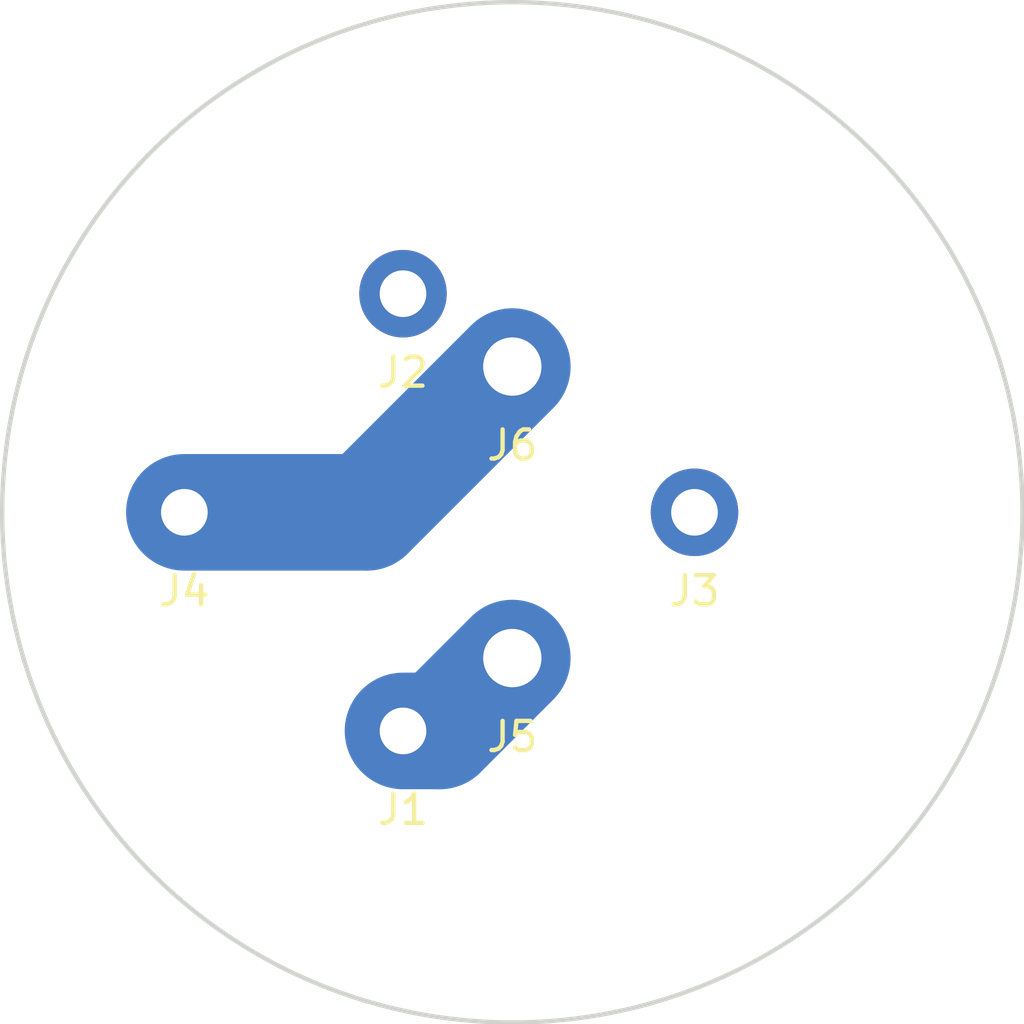
<source format=kicad_pcb>
(kicad_pcb (version 4) (host pcbnew 4.0.7+dfsg1-1ubuntu2)

  (general
    (links 2)
    (no_connects 0)
    (area 138.424999 94.424999 173.575001 129.575001)
    (thickness 1.6)
    (drawings 1)
    (tracks 4)
    (zones 0)
    (modules 6)
    (nets 3)
  )

  (page A4)
  (layers
    (0 F.Cu signal)
    (31 B.Cu signal)
    (32 B.Adhes user)
    (33 F.Adhes user)
    (34 B.Paste user)
    (35 F.Paste user)
    (36 B.SilkS user)
    (37 F.SilkS user)
    (38 B.Mask user)
    (39 F.Mask user)
    (40 Dwgs.User user)
    (41 Cmts.User user)
    (42 Eco1.User user)
    (43 Eco2.User user)
    (44 Edge.Cuts user)
    (45 Margin user)
    (46 B.CrtYd user)
    (47 F.CrtYd user)
    (48 B.Fab user)
    (49 F.Fab user)
  )

  (setup
    (last_trace_width 4)
    (trace_clearance 0.2)
    (zone_clearance 0.508)
    (zone_45_only no)
    (trace_min 0.2)
    (segment_width 0.2)
    (edge_width 0.15)
    (via_size 0.6)
    (via_drill 0.4)
    (via_min_size 0.4)
    (via_min_drill 0.3)
    (uvia_size 0.3)
    (uvia_drill 0.1)
    (uvias_allowed no)
    (uvia_min_size 0.2)
    (uvia_min_drill 0.1)
    (pcb_text_width 0.3)
    (pcb_text_size 1.5 1.5)
    (mod_edge_width 0.15)
    (mod_text_size 1 1)
    (mod_text_width 0.15)
    (pad_size 3 3)
    (pad_drill 1.6)
    (pad_to_mask_clearance 0.2)
    (aux_axis_origin 156 112)
    (grid_origin 156 112)
    (visible_elements FFFFFF7F)
    (pcbplotparams
      (layerselection 0x01000_80000001)
      (usegerberextensions false)
      (excludeedgelayer true)
      (linewidth 0.100000)
      (plotframeref false)
      (viasonmask false)
      (mode 1)
      (useauxorigin true)
      (hpglpennumber 1)
      (hpglpenspeed 20)
      (hpglpendiameter 15)
      (hpglpenoverlay 2)
      (psnegative false)
      (psa4output false)
      (plotreference true)
      (plotvalue true)
      (plotinvisibletext false)
      (padsonsilk false)
      (subtractmaskfromsilk false)
      (outputformat 1)
      (mirror false)
      (drillshape 0)
      (scaleselection 1)
      (outputdirectory gerber))
  )

  (net 0 "")
  (net 1 "Net-(J1-Pad1)")
  (net 2 "Net-(J4-Pad1)")

  (net_class Default "This is the default net class."
    (clearance 0.2)
    (trace_width 4)
    (via_dia 0.6)
    (via_drill 0.4)
    (uvia_dia 0.3)
    (uvia_drill 0.1)
    (add_net "Net-(J1-Pad1)")
    (add_net "Net-(J4-Pad1)")
  )

  (module Holes:Hole_1.3mm (layer F.Cu) (tedit 5B745463) (tstamp 5B6B2B6A)
    (at 152.25 119.5)
    (path /5B6B2874)
    (fp_text reference J1 (at 0 2.7) (layer F.SilkS)
      (effects (font (size 1 1) (thickness 0.15)))
    )
    (fp_text value Orig1 (at 0 -3.1) (layer F.Fab)
      (effects (font (size 1 1) (thickness 0.15)))
    )
    (pad 1 thru_hole circle (at 0 0) (size 3 3) (drill 1.6) (layers *.Cu *.Mask)
      (net 1 "Net-(J1-Pad1)"))
  )

  (module Holes:Hole_1.3mm (layer F.Cu) (tedit 5B745453) (tstamp 5B6B2B6F)
    (at 152.25 104.5)
    (path /5B6B2925)
    (fp_text reference J2 (at 0 2.7) (layer F.SilkS)
      (effects (font (size 1 1) (thickness 0.15)))
    )
    (fp_text value Orig2 (at 0 -3.1) (layer F.Fab)
      (effects (font (size 1 1) (thickness 0.15)))
    )
    (pad 1 thru_hole circle (at 0 0) (size 3 3) (drill 1.6) (layers *.Cu *.Mask))
  )

  (module Holes:Hole_1.3mm (layer F.Cu) (tedit 5B74545F) (tstamp 5B6B2B74)
    (at 162.25 112)
    (path /5B6B2947)
    (fp_text reference J3 (at 0 2.7) (layer F.SilkS)
      (effects (font (size 1 1) (thickness 0.15)))
    )
    (fp_text value Orig3 (at 0 -3.1) (layer F.Fab)
      (effects (font (size 1 1) (thickness 0.15)))
    )
    (pad 1 thru_hole circle (at 0 0) (size 3 3) (drill 1.6) (layers *.Cu *.Mask))
  )

  (module Holes:Hole_1.3mm (layer F.Cu) (tedit 5B745467) (tstamp 5B6B2B79)
    (at 144.75 112)
    (path /5B6B2968)
    (fp_text reference J4 (at 0 2.7) (layer F.SilkS)
      (effects (font (size 1 1) (thickness 0.15)))
    )
    (fp_text value Orig- (at 0 -3.1) (layer F.Fab)
      (effects (font (size 1 1) (thickness 0.15)))
    )
    (pad 1 thru_hole circle (at 0 0) (size 3 3) (drill 1.6) (layers *.Cu *.Mask)
      (net 2 "Net-(J4-Pad1)"))
  )

  (module Holes:Hole_1.7mm (layer F.Cu) (tedit 5B745440) (tstamp 5B6B2B7E)
    (at 156 117)
    (path /5B6B29CD)
    (fp_text reference J5 (at 0 2.7) (layer F.SilkS)
      (effects (font (size 1 1) (thickness 0.15)))
    )
    (fp_text value Cap+ (at 0 -3.1) (layer F.Fab)
      (effects (font (size 1 1) (thickness 0.15)))
    )
    (pad 1 thru_hole circle (at 0 0) (size 3 3) (drill 2) (layers *.Cu *.Mask)
      (net 1 "Net-(J1-Pad1)"))
  )

  (module Holes:Hole_1.7mm (layer F.Cu) (tedit 5B74543C) (tstamp 5B6B2B83)
    (at 156 107)
    (path /5B6B2A66)
    (fp_text reference J6 (at 0 2.7) (layer F.SilkS)
      (effects (font (size 1 1) (thickness 0.15)))
    )
    (fp_text value Cap- (at 0 -3.1) (layer F.Fab)
      (effects (font (size 1 1) (thickness 0.15)))
    )
    (pad 1 thru_hole circle (at 0 0) (size 3 3) (drill 2) (layers *.Cu *.Mask)
      (net 2 "Net-(J4-Pad1)"))
  )

  (gr_circle (center 156 112) (end 173.5 112) (layer Edge.Cuts) (width 0.15))

  (segment (start 152.25 119.5) (end 153.5 119.5) (width 4) (layer B.Cu) (net 1))
  (segment (start 153.5 119.5) (end 156 117) (width 4) (layer B.Cu) (net 1))
  (segment (start 144.75 112) (end 151 112) (width 4) (layer B.Cu) (net 2))
  (segment (start 151 112) (end 156 107) (width 4) (layer B.Cu) (net 2))

)

</source>
